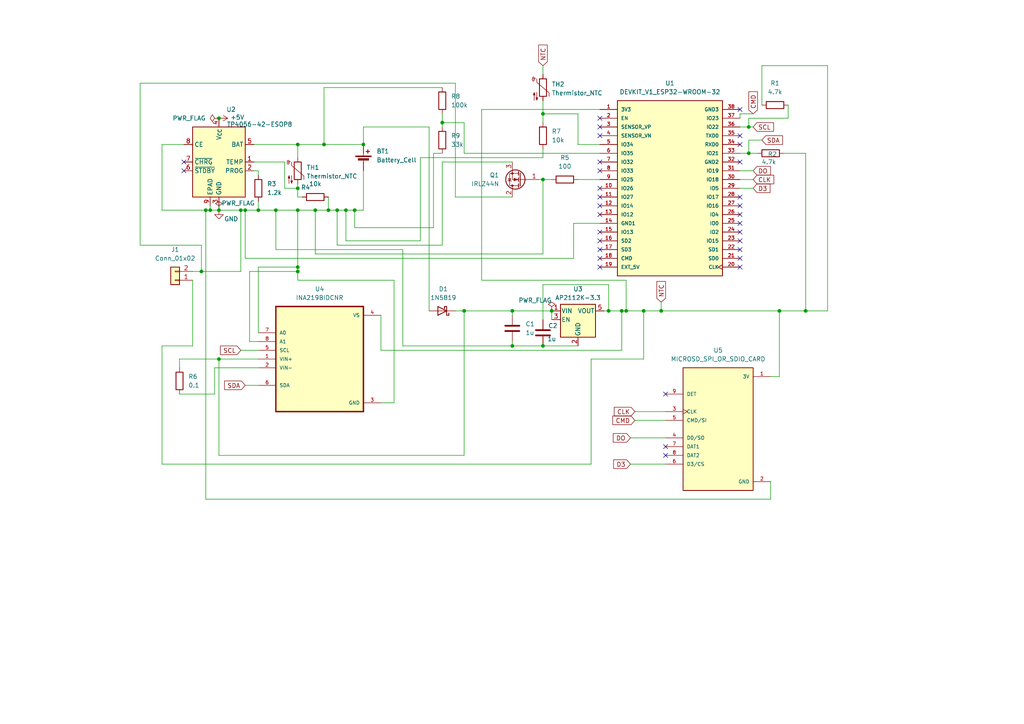
<source format=kicad_sch>
(kicad_sch (version 20250114) (generator "eeschema") (generator_version "9.0")
  (paper "A4")
  (title_block (title "Smart Adaptive BMS for Second-life batteries") (comment 1 "Gokul Krishnan J") (comment 2 "Kushagra Papnai") (comment 3 "Jehaan Engineer") (comment 4 "Prepared by:") (comment 5 "IEEE Hack"))
  (lib_symbols
    (symbol "Battery_Management:TP4056-42-ESOP8"
      (property "Reference" "U" (at -6.604 11.684 0))
      (property "Value" "TP4056-42-ESOP8" (at 10.16 11.684 0))
      (symbol "TP4056-42-ESOP8_1_0"
        (pin input line (at -10.16 5.08 0) (length 2.54) (name "CE") (number "8"))
        (pin open_collector line (at -10.16 0 0) (length 2.54) (name "~{CHRG}") (number "7"))
        (pin open_collector line (at -10.16 -2.54 0) (length 2.54) (name "~{STDBY}") (number "6"))
        (pin passive line (at -2.54 -12.7 90) (length 2.54) (name "EPAD") (number "9"))
        (pin power_in line (at 0 12.7 270) (length 2.54) (name "V_{CC}") (number "4"))
        (pin power_in line (at 0 -12.7 90) (length 2.54) (name "GND") (number "3"))
        (pin power_out line (at 10.16 5.08 180) (length 2.54) (name "BAT") (number "5"))
        (pin input line (at 10.16 0 180) (length 2.54) (name "TEMP") (number "1"))
        (pin passive line (at 10.16 -2.54 180) (length 2.54) (name "PROG") (number "2"))
      )
      (symbol "TP4056-42-ESOP8_1_1"
        (rectangle (start -7.62 10.16) (end 7.62 -10.16) (stroke (width 0.254)) (fill (type background)))
      )
    )
    (symbol "Connector_Generic:Conn_01x02" (pin_names (offset 1.016) (hide yes))
      (property "Reference" "J" (at 0 2.54 0))
      (property "Value" "Conn_01x02" (at 0 -5.08 0))
      (symbol "Conn_01x02_1_1"
        (rectangle (start -1.27 1.27) (end 1.27 -3.81) (stroke (width 0.254)) (fill (type background)))
        (rectangle (start -1.27 0.127) (end 0 -0.127) (stroke (width 0.1524)))
        (rectangle (start -1.27 -2.413) (end 0 -2.667) (stroke (width 0.1524)))
        (pin passive line (at -5.08 0 0) (length 3.81) (name "Pin_1") (number "1"))
        (pin passive line (at -5.08 -2.54 0) (length 3.81) (name "Pin_2") (number "2"))
      )
    )
    (symbol "DEVKIT_V1_ESP32-WROOM-32:DEVKIT_V1_ESP32-WROOM-32" (pin_names (offset 1.016))
      (property "Reference" "U" (at -15.2572 26.0643 0))
      (property "Value" "DEVKIT_V1_ESP32-WROOM-32" (at -15.2563 -27.9698 0))
      (symbol "DEVKIT_V1_ESP32-WROOM-32_0_0"
        (rectangle (start -15.24 -25.4) (end 15.24 25.4) (stroke (width 0.254)) (fill (type background)))
        (pin power_in line (at -20.32 22.86 0) (length 5.08) (name "3V3") (number "1"))
        (pin input line (at -20.32 20.32 0) (length 5.08) (name "EN") (number "2"))
        (pin input line (at -20.32 17.78 0) (length 5.08) (name "SENSOR_VP") (number "3"))
        (pin input line (at -20.32 15.24 0) (length 5.08) (name "SENSOR_VN") (number "4"))
        (pin bidirectional line (at -20.32 12.7 0) (length 5.08) (name "IO34") (number "5"))
        (pin bidirectional line (at -20.32 10.16 0) (length 5.08) (name "IO35") (number "6"))
        (pin bidirectional line (at -20.32 7.62 0) (length 5.08) (name "IO32") (number "7"))
        (pin bidirectional line (at -20.32 5.08 0) (length 5.08) (name "IO33") (number "8"))
        (pin bidirectional line (at -20.32 2.54 0) (length 5.08) (name "IO25") (number "9"))
        (pin bidirectional line (at -20.32 0 0) (length 5.08) (name "IO26") (number "10"))
        (pin bidirectional line (at -20.32 -2.54 0) (length 5.08) (name "IO27") (number "11"))
        (pin bidirectional line (at -20.32 -5.08 0) (length 5.08) (name "IO14") (number "12"))
        (pin bidirectional line (at -20.32 -7.62 0) (length 5.08) (name "IO12") (number "13"))
        (pin power_in line (at -20.32 -10.16 0) (length 5.08) (name "GND1") (number "14"))
        (pin bidirectional line (at -20.32 -12.7 0) (length 5.08) (name "IO13") (number "15"))
        (pin bidirectional line (at -20.32 -15.24 0) (length 5.08) (name "SD2") (number "16"))
        (pin bidirectional line (at -20.32 -17.78 0) (length 5.08) (name "SD3") (number "17"))
        (pin bidirectional line (at -20.32 -20.32 0) (length 5.08) (name "CMD") (number "18"))
        (pin power_in line (at -20.32 -22.86 0) (length 5.08) (name "EXT_5V") (number "19"))
        (pin power_in line (at 20.32 22.86 180) (length 5.08) (name "GND3") (number "38"))
        (pin bidirectional line (at 20.32 20.32 180) (length 5.08) (name "IO23") (number "37"))
        (pin bidirectional line (at 20.32 17.78 180) (length 5.08) (name "IO22") (number "36"))
        (pin output line (at 20.32 15.24 180) (length 5.08) (name "TXD0") (number "35"))
        (pin input line (at 20.32 12.7 180) (length 5.08) (name "RXD0") (number "34"))
        (pin bidirectional line (at 20.32 10.16 180) (length 5.08) (name "IO21") (number "33"))
        (pin power_in line (at 20.32 7.62 180) (length 5.08) (name "GND2") (number "32"))
        (pin bidirectional line (at 20.32 5.08 180) (length 5.08) (name "IO19") (number "31"))
        (pin bidirectional line (at 20.32 2.54 180) (length 5.08) (name "IO18") (number "30"))
        (pin bidirectional line (at 20.32 0 180) (length 5.08) (name "IO5") (number "29"))
        (pin bidirectional line (at 20.32 -2.54 180) (length 5.08) (name "IO17") (number "28"))
        (pin bidirectional line (at 20.32 -5.08 180) (length 5.08) (name "IO16") (number "27"))
        (pin bidirectional line (at 20.32 -7.62 180) (length 5.08) (name "IO4") (number "26"))
        (pin bidirectional line (at 20.32 -10.16 180) (length 5.08) (name "IO0") (number "25"))
        (pin bidirectional line (at 20.32 -12.7 180) (length 5.08) (name "IO2") (number "24"))
        (pin bidirectional line (at 20.32 -15.24 180) (length 5.08) (name "IO15") (number "23"))
        (pin bidirectional line (at 20.32 -17.78 180) (length 5.08) (name "SD1") (number "22"))
        (pin bidirectional line (at 20.32 -20.32 180) (length 5.08) (name "SD0") (number "21"))
        (pin input clock (at 20.32 -22.86 180) (length 5.08) (name "CLK") (number "20"))
      )
    )
    (symbol "Device:Battery_Cell" (pin_numbers (hide yes)) (pin_names (offset 0) (hide yes))
      (property "Reference" "BT" (at 2.54 2.54 0))
      (property "Value" "Battery_Cell" (at 2.54 0 0))
      (symbol "Battery_Cell_0_1"
        (rectangle (start -2.286 1.778) (end 2.286 1.524) (fill (type outline)))
        (rectangle (start -1.524 1.016) (end 1.524 0.508) (fill (type outline)))
        (polyline (pts (xy 0 1.778) (xy 0 2.54)))
        (polyline (pts (xy 0 0.762) (xy 0 0)))
        (polyline (pts (xy 0.762 3.048) (xy 1.778 3.048)) (stroke (width 0.254)))
        (polyline (pts (xy 1.27 3.556) (xy 1.27 2.54)) (stroke (width 0.254)))
      )
      (symbol "Battery_Cell_1_1"
        (pin passive line (at 0 5.08 270) (length 2.54) (name "+") (number "1"))
        (pin passive line (at 0 -2.54 90) (length 2.54) (name "-") (number "2"))
      )
    )
    (symbol "Device:C" (pin_numbers (hide yes)) (pin_names (offset 0.254))
      (property "Reference" "C" (at 0.635 2.54 0))
      (property "Value" "C" (at 0.635 -2.54 0))
      (symbol "C_0_1"
        (polyline (pts (xy -2.032 0.762) (xy 2.032 0.762)) (stroke (width 0.508)))
        (polyline (pts (xy -2.032 -0.762) (xy 2.032 -0.762)) (stroke (width 0.508)))
      )
      (symbol "C_1_1"
        (pin passive line (at 0 3.81 270) (length 2.794) (name "~") (number "1"))
        (pin passive line (at 0 -3.81 90) (length 2.794) (name "~") (number "2"))
      )
    )
    (symbol "Device:R" (pin_numbers (hide yes)) (pin_names (offset 0))
      (property "Reference" "R" (at 2.032 0 90))
      (property "Value" "R" (at 0 0 90))
      (symbol "R_0_1"
        (rectangle (start -1.016 -2.54) (end 1.016 2.54) (stroke (width 0.254)))
      )
      (symbol "R_1_1"
        (pin passive line (at 0 3.81 270) (length 1.27) (name "~") (number "1"))
        (pin passive line (at 0 -3.81 90) (length 1.27) (name "~") (number "2"))
      )
    )
    (symbol "Device:Thermistor_NTC" (pin_numbers (hide yes)) (pin_names (offset 0))
      (property "Reference" "TH" (at -4.445 0 90))
      (property "Value" "Thermistor_NTC" (at 3.175 0 90))
      (symbol "Thermistor_NTC_0_1"
        (arc (start -3.175 2.413) (mid -3.0506 2.3165) (end -3.048 2.159))
        (arc (start -3.048 2.794) (mid -2.9736 2.9736) (end -2.794 3.048))
        (arc (start -2.794 3.048) (mid -2.6144 2.9736) (end -2.54 2.794))
        (arc (start -2.794 2.54) (mid -2.9736 2.6144) (end -3.048 2.794))
        (arc (start -2.794 1.905) (mid -2.9736 1.9794) (end -3.048 2.159))
        (arc (start -2.54 2.159) (mid -2.6144 1.9794) (end -2.794 1.905))
        (arc (start -2.159 2.794) (mid -2.434 2.5608) (end -2.794 2.54))
        (polyline (pts (xy -2.54 2.159) (xy -2.54 2.794)))
        (polyline (pts (xy -2.54 -3.683) (xy -2.54 -1.397) (xy -2.794 -2.159) (xy -2.286 -2.159) (xy -2.54 -1.397) (xy -2.54 -1.651)) (fill (type outline)))
        (polyline (pts (xy -1.778 2.54) (xy -1.778 1.524) (xy 1.778 -1.524) (xy 1.778 -2.54)))
        (polyline (pts (xy -1.778 -1.397) (xy -1.778 -3.683) (xy -2.032 -2.921) (xy -1.524 -2.921) (xy -1.778 -3.683) (xy -1.778 -3.429)) (fill (type outline)))
        (rectangle (start -1.016 2.54) (end 1.016 -2.54) (stroke (width 0.254)))
      )
      (symbol "Thermistor_NTC_1_1"
        (pin passive line (at 0 3.81 270) (length 1.27) (name "~") (number "1"))
        (pin passive line (at 0 -3.81 90) (length 1.27) (name "~") (number "2"))
      )
    )
    (symbol "Diode:1N5819" (pin_numbers (hide yes)) (pin_names (offset 1.016) (hide yes))
      (property "Reference" "D" (at 0 2.54 0))
      (property "Value" "1N5819" (at 0 -2.54 0))
      (symbol "1N5819_0_1"
        (polyline (pts (xy -1.905 0.635) (xy -1.905 1.27) (xy -1.27 1.27) (xy -1.27 -1.27) (xy -0.635 -1.27) (xy -0.635 -0.635)) (stroke (width 0.254)))
        (polyline (pts (xy 1.27 1.27) (xy 1.27 -1.27) (xy -1.27 0) (xy 1.27 1.27)) (stroke (width 0.254)))
        (polyline (pts (xy 1.27 0) (xy -1.27 0)))
      )
      (symbol "1N5819_1_1"
        (pin passive line (at -3.81 0 0) (length 2.54) (name "K") (number "1"))
        (pin passive line (at 3.81 0 180) (length 2.54) (name "A") (number "2"))
      )
    )
    (symbol "INA219BIDCNR:INA219BIDCNR" (pin_names (offset 1.016))
      (property "Reference" "U" (at -12.7 16.24 0))
      (property "Value" "INA219BIDCNR" (at -12.7 -19.24 0))
      (symbol "INA219BIDCNR_0_0"
        (rectangle (start -12.7 -15.24) (end 12.7 15.24) (stroke (width 0.41)) (fill (type background)))
        (pin input line (at -17.78 7.62 0) (length 5.08) (name "A0") (number "7"))
        (pin input line (at -17.78 5.08 0) (length 5.08) (name "A1") (number "8"))
        (pin input line (at -17.78 2.54 0) (length 5.08) (name "SCL") (number "5"))
        (pin input line (at -17.78 0 0) (length 5.08) (name "VIN+") (number "1"))
        (pin input line (at -17.78 -2.54 0) (length 5.08) (name "VIN-") (number "2"))
        (pin bidirectional line (at -17.78 -7.62 0) (length 5.08) (name "SDA") (number "6"))
        (pin power_in line (at 17.78 12.7 180) (length 5.08) (name "VS") (number "4"))
        (pin power_in line (at 17.78 -12.7 180) (length 5.08) (name "GND") (number "3"))
      )
    )
    (symbol "MICROSD_SPI_OR_SDIO_CARD:MICROSD_SPI_OR_SDIO_CARD" (pin_names (offset 1.016))
      (property "Reference" "U" (at -10.16 18.542 0))
      (property "Value" "MICROSD_SPI_OR_SDIO_CARD" (at -10.16 -20.32 0))
      (symbol "MICROSD_SPI_OR_SDIO_CARD_0_0"
        (rectangle (start -10.16 -17.78) (end 10.16 17.78) (stroke (width 0.254)) (fill (type background)))
        (pin input line (at -15.24 10.16 0) (length 5.08) (name "DET") (number "9"))
        (pin input clock (at -15.24 5.08 0) (length 5.08) (name "CLK") (number "3"))
        (pin bidirectional line (at -15.24 2.54 0) (length 5.08) (name "CMD/SI") (number "5"))
        (pin bidirectional line (at -15.24 -2.54 0) (length 5.08) (name "D0/SO") (number "4"))
        (pin bidirectional line (at -15.24 -5.08 0) (length 5.08) (name "DAT1") (number "7"))
        (pin bidirectional line (at -15.24 -7.62 0) (length 5.08) (name "DAT2") (number "8"))
        (pin bidirectional line (at -15.24 -10.16 0) (length 5.08) (name "D3/CS") (number "6"))
        (pin power_in line (at 15.24 15.24 180) (length 5.08) (name "3V") (number "1"))
        (pin power_in line (at 15.24 -15.24 180) (length 5.08) (name "GND") (number "2"))
      )
    )
    (symbol "Regulator_Linear:AP2112K-3.3" (pin_names (offset 0.254))
      (property "Reference" "U" (at -5.08 5.715 0))
      (property "Value" "AP2112K-3.3" (at 0 5.715 0))
      (symbol "AP2112K-3.3_0_1"
        (rectangle (start -5.08 4.445) (end 5.08 -5.08) (stroke (width 0.254)) (fill (type background)))
      )
      (symbol "AP2112K-3.3_1_1"
        (pin power_in line (at -7.62 2.54 0) (length 2.54) (name "VIN") (number "1"))
        (pin input line (at -7.62 0 0) (length 2.54) (name "EN") (number "3"))
        (pin power_in line (at 0 -7.62 90) (length 2.54) (name "GND") (number "2"))
        (pin no_connect line (at 5.08 0 180) (length 2.54) (hide yes) (name "NC") (number "4"))
        (pin power_out line (at 7.62 2.54 180) (length 2.54) (name "VOUT") (number "5"))
      )
    )
    (symbol "Transistor_FET:IRLZ44N" (pin_names (hide yes))
      (property "Reference" "Q" (at 5.08 1.905 0))
      (property "Value" "IRLZ44N" (at 5.08 0 0))
      (symbol "IRLZ44N_0_1"
        (polyline (pts (xy 0.254 1.905) (xy 0.254 -1.905)) (stroke (width 0.254)))
        (polyline (pts (xy 0.254 0) (xy -2.54 0)))
        (polyline (pts (xy 0.762 2.286) (xy 0.762 1.27)) (stroke (width 0.254)))
        (polyline (pts (xy 0.762 0.508) (xy 0.762 -0.508)) (stroke (width 0.254)))
        (polyline (pts (xy 0.762 -1.27) (xy 0.762 -2.286)) (stroke (width 0.254)))
        (polyline (pts (xy 0.762 -1.778) (xy 3.302 -1.778) (xy 3.302 1.778) (xy 0.762 1.778)))
        (polyline (pts (xy 1.016 0) (xy 2.032 0.381) (xy 2.032 -0.381) (xy 1.016 0)) (fill (type outline)))
        (circle (center 1.651 0) (radius 2.794) (stroke (width 0.254)))
        (polyline (pts (xy 2.54 2.54) (xy 2.54 1.778)))
        (circle (center 2.54 1.778) (radius 0.254) (fill (type outline)))
        (circle (center 2.54 -1.778) (radius 0.254) (fill (type outline)))
        (polyline (pts (xy 2.54 -2.54) (xy 2.54 0) (xy 0.762 0)))
        (polyline (pts (xy 2.794 0.508) (xy 2.921 0.381) (xy 3.683 0.381) (xy 3.81 0.254)))
        (polyline (pts (xy 3.302 0.381) (xy 2.921 -0.254) (xy 3.683 -0.254) (xy 3.302 0.381)))
      )
      (symbol "IRLZ44N_1_1"
        (pin input line (at -5.08 0 0) (length 2.54) (name "G") (number "1"))
        (pin passive line (at 2.54 5.08 270) (length 2.54) (name "D") (number "2"))
        (pin passive line (at 2.54 -5.08 90) (length 2.54) (name "S") (number "3"))
      )
    )
    (symbol "power:+5V" (power) (pin_numbers (hide yes)) (pin_names (offset 0) (hide yes))
      (property "Value" "+5V" (at 0 3.556 0))
      (symbol "+5V_0_1"
        (polyline (pts (xy -0.762 1.27) (xy 0 2.54)))
        (polyline (pts (xy 0 2.54) (xy 0.762 1.27)))
        (polyline (pts (xy 0 0) (xy 0 2.54)))
      )
      (symbol "+5V_1_1"
        (pin power_in line (at 0 0 90) (length 0) (name "~") (number "1"))
      )
    )
    (symbol "power:GND" (power) (pin_numbers (hide yes)) (pin_names (offset 0) (hide yes))
      (property "Value" "GND" (at 0 -3.81 0))
      (symbol "GND_0_1"
        (polyline (pts (xy 0 0) (xy 0 -1.27) (xy 1.27 -1.27) (xy 0 -2.54) (xy -1.27 -1.27) (xy 0 -1.27)))
      )
      (symbol "GND_1_1"
        (pin power_in line (at 0 0 270) (length 0) (name "~") (number "1"))
      )
    )
    (symbol "power:PWR_FLAG" (power) (pin_numbers (hide yes)) (pin_names (offset 0) (hide yes))
      (property "Value" "PWR_FLAG" (at 0 3.81 0))
      (symbol "PWR_FLAG_0_0"
        (pin power_out line (at 0 0 90) (length 0) (name "~") (number "1"))
      )
      (symbol "PWR_FLAG_0_1"
        (polyline (pts (xy 0 0) (xy 0 1.27) (xy -1.016 1.905) (xy 0 2.54) (xy 1.016 1.905) (xy 0 1.27)))
      )
    )
  )
  (junction (at 148.59 100.33))
  (junction (at 63.5 34.29))
  (junction (at 134.62 90.17))
  (junction (at 191.77 90.17))
  (junction (at 157.48 100.33))
  (junction (at 217.17 36.83))
  (junction (at 157.48 33.02))
  (junction (at 95.25 60.96))
  (junction (at 86.36 54.61))
  (junction (at 102.87 60.96))
  (junction (at 157.48 52.07))
  (junction (at 58.42 78.74))
  (junction (at 86.36 78.74))
  (junction (at 186.69 90.17))
  (junction (at 63.5 104.14))
  (junction (at 71.12 60.96))
  (junction (at 100.33 60.96))
  (junction (at 97.79 60.96))
  (junction (at 217.17 44.45))
  (junction (at 86.36 41.91))
  (junction (at 86.36 60.96))
  (junction (at 176.53 90.17))
  (junction (at 74.93 60.96))
  (junction (at 59.69 60.96))
  (junction (at 128.27 35.56))
  (junction (at 148.59 90.17))
  (junction (at 93.98 41.91))
  (junction (at 69.85 60.96))
  (junction (at 181.61 90.17))
  (junction (at 80.01 60.96))
  (junction (at 233.68 90.17))
  (junction (at 86.36 77.47))
  (junction (at 60.96 60.96))
  (junction (at 91.44 60.96))
  (junction (at 160.02 90.17))
  (junction (at 180.34 90.17))
  (junction (at 63.5 60.96))
  (junction (at 105.41 41.91))
  (junction (at 226.06 90.17))
  (no_connect (at 173.99 39.37))
  (no_connect (at 53.34 46.99))
  (no_connect (at 173.99 57.15))
  (no_connect (at 193.04 129.54))
  (no_connect (at 214.63 69.85))
  (no_connect (at 214.63 62.23))
  (no_connect (at 173.99 69.85))
  (no_connect (at 53.34 49.53))
  (no_connect (at 173.99 59.69))
  (no_connect (at 173.99 34.29))
  (no_connect (at 173.99 46.99))
  (no_connect (at 214.63 64.77))
  (no_connect (at 173.99 77.47))
  (no_connect (at 173.99 72.39))
  (no_connect (at 173.99 54.61))
  (no_connect (at 214.63 39.37))
  (no_connect (at 173.99 62.23))
  (no_connect (at 173.99 49.53))
  (no_connect (at 214.63 72.39))
  (no_connect (at 214.63 77.47))
  (no_connect (at 214.63 74.93))
  (no_connect (at 173.99 36.83))
  (no_connect (at 173.99 74.93))
  (no_connect (at 193.04 132.08))
  (no_connect (at 214.63 46.99))
  (no_connect (at 193.04 114.3))
  (no_connect (at 214.63 41.91))
  (no_connect (at 173.99 67.31))
  (no_connect (at 214.63 57.15))
  (no_connect (at 214.63 67.31))
  (no_connect (at 214.63 31.75))
  (no_connect (at 214.63 59.69))
  (wire (pts (xy 156.21 52.07) (xy 157.48 52.07)))
  (wire (pts (xy 86.36 77.47) (xy 86.36 78.74)))
  (wire (pts (xy 58.42 78.74) (xy 69.85 78.74)))
  (wire (pts (xy 74.93 60.96) (xy 71.12 60.96)))
  (wire (pts (xy 171.45 104.14) (xy 186.69 104.14)))
  (wire (pts (xy 180.34 90.17) (xy 181.61 90.17)))
  (wire (pts (xy 121.92 45.72) (xy 121.92 69.85)))
  (wire (pts (xy 184.15 121.92) (xy 193.04 121.92)))
  (wire (pts (xy 74.93 49.53) (xy 74.93 50.8)))
  (wire (pts (xy 214.63 44.45) (xy 217.17 44.45)))
  (wire (pts (xy 46.99 100.33) (xy 46.99 134.62)))
  (wire (pts (xy 74.93 77.47) (xy 86.36 77.47)))
  (wire (pts (xy 69.85 60.96) (xy 71.12 60.96)))
  (wire (pts (xy 233.68 44.45) (xy 233.68 90.17)))
  (wire (pts (xy 134.62 90.17) (xy 134.62 132.08)))
  (wire (pts (xy 82.55 46.99) (xy 82.55 54.61)))
  (wire (pts (xy 86.36 81.28) (xy 114.3 81.28)))
  (wire (pts (xy 214.63 52.07) (xy 218.44 52.07)))
  (wire (pts (xy 220.98 19.05) (xy 220.98 30.48)))
  (wire (pts (xy 46.99 134.62) (xy 171.45 134.62)))
  (wire (pts (xy 86.36 60.96) (xy 80.01 60.96)))
  (wire (pts (xy 166.37 74.93) (xy 71.12 74.93)))
  (wire (pts (xy 100.33 69.85) (xy 100.33 60.96)))
  (wire (pts (xy 157.48 43.18) (xy 157.48 45.72)))
  (wire (pts (xy 220.98 19.05) (xy 240.03 19.05)))
  (wire (pts (xy 53.34 41.91) (xy 46.99 41.91)))
  (wire (pts (xy 91.44 73.66) (xy 91.44 60.96)))
  (wire (pts (xy 181.61 90.17) (xy 186.69 90.17)))
  (wire (pts (xy 110.49 116.84) (xy 114.3 116.84)))
  (wire (pts (xy 214.63 54.61) (xy 218.44 54.61)))
  (wire (pts (xy 100.33 60.96) (xy 97.79 60.96)))
  (wire (pts (xy 40.64 24.13) (xy 40.64 71.12)))
  (wire (pts (xy 166.37 64.77) (xy 173.99 64.77)))
  (wire (pts (xy 55.88 81.28) (xy 55.88 100.33)))
  (wire (pts (xy 95.25 57.15) (xy 95.25 60.96)))
  (wire (pts (xy 157.48 73.66) (xy 91.44 73.66)))
  (wire (pts (xy 148.59 99.06) (xy 148.59 100.33)))
  (wire (pts (xy 157.48 52.07) (xy 160.02 52.07)))
  (wire (pts (xy 97.79 60.96) (xy 95.25 60.96)))
  (wire (pts (xy 218.44 33.02) (xy 214.63 33.02)))
  (wire (pts (xy 102.87 66.04) (xy 102.87 60.96)))
  (wire (pts (xy 226.06 90.17) (xy 226.06 109.22)))
  (wire (pts (xy 128.27 46.99) (xy 148.59 46.99)))
  (wire (pts (xy 86.36 41.91) (xy 86.36 45.72)))
  (wire (pts (xy 86.36 57.15) (xy 87.63 57.15)))
  (wire (pts (xy 62.23 114.3) (xy 62.23 106.68)))
  (wire (pts (xy 55.88 78.74) (xy 58.42 78.74)))
  (wire (pts (xy 69.85 78.74) (xy 69.85 60.96)))
  (wire (pts (xy 86.36 54.61) (xy 86.36 57.15)))
  (wire (pts (xy 97.79 71.12) (xy 128.27 71.12)))
  (wire (pts (xy 132.08 24.13) (xy 132.08 57.15)))
  (wire (pts (xy 72.39 99.06) (xy 74.93 99.06)))
  (wire (pts (xy 167.64 52.07) (xy 173.99 52.07)))
  (wire (pts (xy 86.36 53.34) (xy 86.36 54.61)))
  (wire (pts (xy 132.08 90.17) (xy 134.62 90.17)))
  (wire (pts (xy 128.27 33.02) (xy 128.27 35.56)))
  (wire (pts (xy 223.52 139.7) (xy 223.52 144.78)))
  (wire (pts (xy 40.64 71.12) (xy 58.42 71.12)))
  (wire (pts (xy 86.36 60.96) (xy 91.44 60.96)))
  (wire (pts (xy 52.07 114.3) (xy 62.23 114.3)))
  (wire (pts (xy 226.06 90.17) (xy 233.68 90.17)))
  (wire (pts (xy 148.59 90.17) (xy 160.02 90.17)))
  (wire (pts (xy 182.88 134.62) (xy 193.04 134.62)))
  (wire (pts (xy 176.53 90.17) (xy 180.34 90.17)))
  (wire (pts (xy 214.63 49.53) (xy 218.44 49.53)))
  (wire (pts (xy 71.12 111.76) (xy 74.93 111.76)))
  (wire (pts (xy 40.64 24.13) (xy 132.08 24.13)))
  (wire (pts (xy 124.46 36.83) (xy 105.41 36.83)))
  (wire (pts (xy 110.49 91.44) (xy 110.49 101.6)))
  (wire (pts (xy 160.02 90.17) (xy 160.02 92.71)))
  (wire (pts (xy 97.79 71.12) (xy 97.79 60.96)))
  (wire (pts (xy 116.84 72.39) (xy 116.84 100.33)))
  (wire (pts (xy 134.62 90.17) (xy 148.59 90.17)))
  (wire (pts (xy 167.64 33.02) (xy 157.48 33.02)))
  (wire (pts (xy 128.27 35.56) (xy 128.27 36.83)))
  (wire (pts (xy 125.73 66.04) (xy 102.87 66.04)))
  (wire (pts (xy 74.93 96.52) (xy 74.93 77.47)))
  (wire (pts (xy 74.93 104.14) (xy 63.5 104.14)))
  (wire (pts (xy 93.98 25.4) (xy 93.98 41.91)))
  (wire (pts (xy 214.63 33.02) (xy 214.63 34.29)))
  (wire (pts (xy 180.34 101.6) (xy 180.34 90.17)))
  (wire (pts (xy 46.99 41.91) (xy 46.99 60.96)))
  (wire (pts (xy 157.48 19.05) (xy 157.48 21.59)))
  (wire (pts (xy 105.41 36.83) (xy 105.41 41.91)))
  (wire (pts (xy 110.49 101.6) (xy 180.34 101.6)))
  (wire (pts (xy 62.23 106.68) (xy 74.93 106.68)))
  (wire (pts (xy 217.17 40.64) (xy 220.98 40.64)))
  (wire (pts (xy 228.6 34.29) (xy 217.17 34.29)))
  (wire (pts (xy 181.61 81.28) (xy 181.61 90.17)))
  (wire (pts (xy 93.98 41.91) (xy 105.41 41.91)))
  (wire (pts (xy 116.84 72.39) (xy 80.01 72.39)))
  (wire (pts (xy 73.66 41.91) (xy 86.36 41.91)))
  (wire (pts (xy 121.92 69.85) (xy 100.33 69.85)))
  (wire (pts (xy 167.64 100.33) (xy 157.48 100.33)))
  (wire (pts (xy 228.6 30.48) (xy 228.6 34.29)))
  (wire (pts (xy 59.69 60.96) (xy 59.69 144.78)))
  (wire (pts (xy 134.62 44.45) (xy 134.62 35.56)))
  (wire (pts (xy 128.27 44.45) (xy 125.73 44.45)))
  (wire (pts (xy 63.5 132.08) (xy 134.62 132.08)))
  (wire (pts (xy 191.77 90.17) (xy 226.06 90.17)))
  (wire (pts (xy 91.44 60.96) (xy 95.25 60.96)))
  (wire (pts (xy 86.36 78.74) (xy 86.36 81.28)))
  (wire (pts (xy 186.69 90.17) (xy 191.77 90.17)))
  (wire (pts (xy 219.71 44.45) (xy 217.17 44.45)))
  (wire (pts (xy 148.59 90.17) (xy 148.59 91.44)))
  (wire (pts (xy 157.48 29.21) (xy 157.48 33.02)))
  (wire (pts (xy 86.36 60.96) (xy 86.36 77.47)))
  (wire (pts (xy 176.53 82.55) (xy 157.48 82.55)))
  (wire (pts (xy 182.88 127) (xy 193.04 127)))
  (wire (pts (xy 240.03 19.05) (xy 240.03 90.17)))
  (wire (pts (xy 223.52 109.22) (xy 226.06 109.22)))
  (wire (pts (xy 157.48 33.02) (xy 157.48 35.56)))
  (wire (pts (xy 55.88 100.33) (xy 46.99 100.33)))
  (wire (pts (xy 102.87 60.96) (xy 100.33 60.96)))
  (wire (pts (xy 217.17 40.64) (xy 217.17 44.45)))
  (wire (pts (xy 217.17 36.83) (xy 218.44 36.83)))
  (wire (pts (xy 105.41 49.53) (xy 105.41 60.96)))
  (wire (pts (xy 223.52 144.78) (xy 59.69 144.78)))
  (wire (pts (xy 157.48 52.07) (xy 157.48 73.66)))
  (wire (pts (xy 176.53 90.17) (xy 176.53 82.55)))
  (wire (pts (xy 82.55 54.61) (xy 86.36 54.61)))
  (wire (pts (xy 124.46 90.17) (xy 124.46 36.83)))
  (wire (pts (xy 175.26 90.17) (xy 176.53 90.17)))
  (wire (pts (xy 52.07 104.14) (xy 63.5 104.14)))
  (wire (pts (xy 227.33 44.45) (xy 233.68 44.45)))
  (wire (pts (xy 80.01 60.96) (xy 74.93 60.96)))
  (wire (pts (xy 139.7 31.75) (xy 139.7 81.28)))
  (wire (pts (xy 166.37 74.93) (xy 166.37 64.77)))
  (wire (pts (xy 114.3 116.84) (xy 114.3 81.28)))
  (wire (pts (xy 217.17 34.29) (xy 217.17 36.83)))
  (wire (pts (xy 105.41 60.96) (xy 102.87 60.96)))
  (wire (pts (xy 58.42 71.12) (xy 58.42 78.74)))
  (wire (pts (xy 173.99 41.91) (xy 167.64 41.91)))
  (wire (pts (xy 157.48 45.72) (xy 121.92 45.72)))
  (wire (pts (xy 157.48 82.55) (xy 157.48 92.71)))
  (wire (pts (xy 128.27 25.4) (xy 93.98 25.4)))
  (wire (pts (xy 173.99 31.75) (xy 139.7 31.75)))
  (wire (pts (xy 60.96 60.96) (xy 60.96 59.69)))
  (wire (pts (xy 74.93 58.42) (xy 74.93 60.96)))
  (wire (pts (xy 73.66 46.99) (xy 82.55 46.99)))
  (wire (pts (xy 63.5 60.96) (xy 69.85 60.96)))
  (wire (pts (xy 52.07 106.68) (xy 52.07 104.14)))
  (wire (pts (xy 148.59 100.33) (xy 116.84 100.33)))
  (wire (pts (xy 157.48 100.33) (xy 148.59 100.33)))
  (wire (pts (xy 132.08 57.15) (xy 148.59 57.15)))
  (wire (pts (xy 191.77 87.63) (xy 191.77 90.17)))
  (wire (pts (xy 128.27 71.12) (xy 128.27 46.99)))
  (wire (pts (xy 60.96 60.96) (xy 63.5 60.96)))
  (wire (pts (xy 125.73 44.45) (xy 125.73 66.04)))
  (wire (pts (xy 214.63 36.83) (xy 217.17 36.83)))
  (wire (pts (xy 173.99 44.45) (xy 134.62 44.45)))
  (wire (pts (xy 80.01 72.39) (xy 80.01 60.96)))
  (wire (pts (xy 69.85 101.6) (xy 74.93 101.6)))
  (wire (pts (xy 63.5 104.14) (xy 63.5 132.08)))
  (wire (pts (xy 72.39 78.74) (xy 86.36 78.74)))
  (wire (pts (xy 184.15 119.38) (xy 193.04 119.38)))
  (wire (pts (xy 63.5 59.69) (xy 63.5 60.96)))
  (wire (pts (xy 73.66 49.53) (xy 74.93 49.53)))
  (wire (pts (xy 139.7 81.28) (xy 181.61 81.28)))
  (wire (pts (xy 134.62 35.56) (xy 128.27 35.56)))
  (wire (pts (xy 167.64 41.91) (xy 167.64 33.02)))
  (wire (pts (xy 233.68 90.17) (xy 240.03 90.17)))
  (wire (pts (xy 46.99 60.96) (xy 59.69 60.96)))
  (wire (pts (xy 86.36 41.91) (xy 93.98 41.91)))
  (wire (pts (xy 60.96 60.96) (xy 59.69 60.96)))
  (wire (pts (xy 171.45 134.62) (xy 171.45 104.14)))
  (wire (pts (xy 186.69 104.14) (xy 186.69 90.17)))
  (wire (pts (xy 72.39 78.74) (xy 72.39 99.06)))
  (wire (pts (xy 71.12 74.93) (xy 71.12 60.96)))
  (global_label "NTC" (shape input) (at 157.48 19.05 90) (property "Intersheetrefs" "${INTERSHEET_REFS}" (effects (hide yes))))
  (global_label "NTC" (shape input) (at 191.77 87.63 90) (property "Intersheetrefs" "${INTERSHEET_REFS}" (effects (hide yes))))
  (global_label "SCL" (shape input) (at 218.44 36.83 0) (property "Intersheetrefs" "${INTERSHEET_REFS}" (effects (hide yes))))
  (global_label "D3" (shape input) (at 182.88 134.62 180) (property "Intersheetrefs" "${INTERSHEET_REFS}" (effects (hide yes))))
  (global_label "CLK" (shape input) (at 218.44 52.07 0) (property "Intersheetrefs" "${INTERSHEET_REFS}" (effects (hide yes))))
  (global_label "SCL" (shape input) (at 69.85 101.6 180) (property "Intersheetrefs" "${INTERSHEET_REFS}" (effects (hide yes))))
  (global_label "CLK" (shape input) (at 184.15 119.38 180) (property "Intersheetrefs" "${INTERSHEET_REFS}" (effects (hide yes))))
  (global_label "DO" (shape input) (at 218.44 49.53 0) (property "Intersheetrefs" "${INTERSHEET_REFS}" (effects (hide yes))))
  (global_label "CMD" (shape input) (at 184.15 121.92 180) (property "Intersheetrefs" "${INTERSHEET_REFS}" (effects (hide yes))))
  (global_label "CMD" (shape input) (at 218.44 33.02 90) (property "Intersheetrefs" "${INTERSHEET_REFS}" (effects (hide yes))))
  (global_label "SDA" (shape input) (at 220.98 40.64 0) (property "Intersheetrefs" "${INTERSHEET_REFS}" (effects (hide yes))))
  (global_label "DO" (shape input) (at 182.88 127 180) (property "Intersheetrefs" "${INTERSHEET_REFS}" (effects (hide yes))))
  (global_label "D3" (shape input) (at 218.44 54.61 0) (property "Intersheetrefs" "${INTERSHEET_REFS}" (effects (hide yes))))
  (global_label "SDA" (shape input) (at 71.12 111.76 180) (property "Intersheetrefs" "${INTERSHEET_REFS}" (effects (hide yes))))
  (symbol (lib_id "Device:Battery_Cell") (at 105.41 46.99 0) (unit 1)
    (property "Reference" "BT1" (at 109.22 43.8784 0) (effects (justify left)))
    (property "Value" "Battery_Cell" (at 109.22 46.4184 0) (effects (justify left)))
    (property "Description" "Single-cell battery" (effects (hide yes)))
  )
  (symbol (lib_id "INA219BIDCNR:INA219BIDCNR") (at 92.71 104.14 0) (unit 1)
    (property "Reference" "U4" (at 92.71 83.82 0))
    (property "Value" "INA219BIDCNR" (at 92.71 86.36 0))
    (property "Footprint" "INA219BIDCNR:SOT65P280X145-8N" (effects (hide yes)))
    (property "MF" "Texas Instruments" (effects (hide yes)))
    (property "Description_1" "26-V 12-bit I2C output digital power monitor" (effects (hide yes)))
    (property "Package" "SOT-23-8 Texas Instruments" (effects (hide yes)))
    (property "Price" "None" (effects (hide yes)))
    (property "SnapEDA_Link" "https://www.snapeda.com/parts/INA219BIDCNR/Texas+Instruments/view-part/?ref=snap" (effects (hide yes)))
    (property "MP" "INA219BIDCNR" (effects (hide yes)))
    (property "Availability" "In Stock" (effects (hide yes)))
    (property "Check_prices" "https://www.snapeda.com/parts/INA219BIDCNR/Texas+Instruments/view-part/?ref=eda" (effects (hide yes)))
  )
  (symbol (lib_id "Device:R") (at 224.79 30.48 270) (unit 1)
    (property "Reference" "R1" (at 224.79 24.13 90))
    (property "Value" "4.7k" (at 224.79 26.67 90))
    (property "Description" "Resistor" (effects (hide yes)))
  )
  (symbol (lib_id "Device:R") (at 74.93 54.61 0) (unit 1)
    (property "Reference" "R3" (at 77.47 53.3399 0) (effects (justify left)))
    (property "Value" "1.2k" (at 77.47 55.8799 0) (effects (justify left)))
    (property "Description" "Resistor" (effects (hide yes)))
  )
  (symbol (lib_id "power:PWR_FLAG") (at 63.5 60.96 0) (unit 1)
    (property "Reference" "#FLG02" (effects (hide yes)))
    (property "Value" "PWR_FLAG" (at 69.088 58.928 0))
    (property "Description" "Special symbol for telling ERC where power comes from" (effects (hide yes)))
  )
  (symbol (lib_id "Device:C") (at 148.59 95.25 0) (unit 1)
    (property "Reference" "C1" (at 152.4 93.9799 0) (effects (justify left)))
    (property "Value" "1u" (at 152.4 96.5199 0) (effects (justify left)))
    (property "Description" "Unpolarized capacitor" (effects (hide yes)))
  )
  (symbol (lib_id "Connector_Generic:Conn_01x02") (at 50.8 81.28 180) (unit 1)
    (property "Reference" "J1" (at 50.8 72.39 0))
    (property "Value" "Conn_01x02" (at 50.8 74.93 0))
    (property "Description" "Generic connector, single row, 01x02, script generated (kicad-library-utils/schlib/autogen/connector/)" (effects (hide yes)))
  )
  (symbol (lib_id "Device:R") (at 157.48 39.37 0) (unit 1)
    (property "Reference" "R7" (at 160.02 38.0999 0) (effects (justify left)))
    (property "Value" "10k" (at 160.02 40.6399 0) (effects (justify left)))
    (property "Description" "Resistor" (effects (hide yes)))
  )
  (symbol (lib_id "Device:C") (at 157.48 96.52 0) (unit 1)
    (property "Reference" "C2" (at 159.004 94.488 0) (effects (justify left)))
    (property "Value" "1u" (at 158.75 98.298 0) (effects (justify left)))
    (property "Description" "Unpolarized capacitor" (effects (hide yes)))
  )
  (symbol (lib_id "Device:R") (at 52.07 110.49 0) (unit 1)
    (property "Reference" "R6" (at 54.61 109.2199 0) (effects (justify left)))
    (property "Value" "0.1" (at 54.61 111.7599 0) (effects (justify left)))
    (property "Description" "Resistor" (effects (hide yes)))
  )
  (symbol (lib_id "Device:R") (at 91.44 57.15 90) (unit 1)
    (property "Reference" "R4" (at 88.646 54.356 90))
    (property "Value" "10k" (at 91.44 53.34 90))
    (property "Description" "Resistor" (effects (hide yes)))
  )
  (symbol (lib_id "Transistor_FET:IRLZ44N") (at 151.13 52.07 180) (unit 1)
    (property "Reference" "Q1" (at 144.78 50.7999 0) (effects (justify left)))
    (property "Value" "IRLZ44N" (at 144.78 53.3399 0) (effects (justify left)))
    (property "Footprint" "Package_TO_SOT_THT:TO-220-3_Vertical" (effects (hide yes)))
    (property "Datasheet" "http://www.irf.com/product-info/datasheets/data/irlz44n.pdf" (effects (hide yes)))
    (property "Description" "47A Id, 55V Vds, 22mOhm Rds Single N-Channel HEXFET Power MOSFET, TO-220AB" (effects (hide yes)))
  )
  (symbol (lib_id "Device:R") (at 128.27 40.64 0) (unit 1)
    (property "Reference" "R9" (at 130.81 39.3699 0) (effects (justify left)))
    (property "Value" "33k" (at 130.81 41.9099 0) (effects (justify left)))
    (property "Description" "Resistor" (effects (hide yes)))
  )
  (symbol (lib_id "power:+5V") (at 63.5 34.29 270) (unit 1)
    (property "Reference" "#PWR01" (effects (hide yes)))
    (property "Value" "+5V" (at 66.802 34.036 90) (effects (justify left)))
    (property "Description" "Power symbol creates a global label with name \"+5V\"" (effects (hide yes)))
  )
  (symbol (lib_id "Diode:1N5819") (at 128.27 90.17 180) (unit 1)
    (property "Reference" "D1" (at 128.5875 83.82 0))
    (property "Value" "1N5819" (at 128.5875 86.36 0))
    (property "Footprint" "Diode_THT:D_DO-41_SOD81_P10.16mm_Horizontal" (effects (hide yes)))
    (property "Datasheet" "http://www.vishay.com/docs/88525/1n5817.pdf" (effects (hide yes)))
    (property "Description" "40V 1A Schottky Barrier Rectifier Diode, DO-41" (effects (hide yes)))
  )
  (symbol (lib_id "Device:Thermistor_NTC") (at 86.36 49.53 0) (unit 1)
    (property "Reference" "TH1" (at 88.9 48.5774 0) (effects (justify left)))
    (property "Value" "Thermistor_NTC" (at 88.9 51.1174 0) (effects (justify left)))
    (property "Description" "Temperature dependent resistor, negative temperature coefficient" (effects (hide yes)))
  )
  (symbol (lib_id "power:GND") (at 63.5 60.96 0) (unit 1)
    (property "Reference" "#PWR05" (effects (hide yes)))
    (property "Value" "GND" (at 67.056 63.5 0))
    (property "Description" "Power symbol creates a global label with name \"GND\" , ground" (effects (hide yes)))
  )
  (symbol (lib_id "Battery_Management:TP4056-42-ESOP8") (at 63.5 46.99 0) (unit 1)
    (property "Reference" "U2" (at 65.6433 31.75 0) (effects (justify left)))
    (property "Value" "TP4056-42-ESOP8" (at 65.786 36.068 0) (effects (justify left)))
    (property "Footprint" "Package_SO:SOIC-8-1EP_3.9x4.9mm_P1.27mm_EP2.41x3.3mm_ThermalVias" (effects (hide yes)))
    (property "Datasheet" "https://www.lcsc.com/datasheet/lcsc_datasheet_2410121619_TOPPOWER-Nanjing-Extension-Microelectronics-TP4056-42-ESOP8_C16581.pdf" (effects (hide yes)))
    (property "Description" "1A Standalone Linear Li-ion/LiPo single-cell battery charger, 4.2V ±1% charge voltage, VCC = 4.0..8.0V, SOIC-8 (SOP-8)" (effects (hide yes)))
  )
  (symbol (lib_id "Regulator_Linear:AP2112K-3.3") (at 167.64 92.71 0) (unit 1)
    (property "Reference" "U3" (at 167.64 83.82 0))
    (property "Value" "AP2112K-3.3" (at 167.64 86.36 0))
    (property "Footprint" "Package_TO_SOT_SMD:SOT-23-5" (effects (hide yes)))
    (property "Datasheet" "https://www.diodes.com/assets/Datasheets/AP2112.pdf" (effects (hide yes)))
    (property "Description" "600mA low dropout linear regulator, with enable pin, 3.8V-6V input voltage range, 3.3V fixed positive output, SOT-23-5" (effects (hide yes)))
  )
  (symbol (lib_id "Device:Thermistor_NTC") (at 157.48 25.4 0) (unit 1)
    (property "Reference" "TH2" (at 160.02 24.4474 0) (effects (justify left)))
    (property "Value" "Thermistor_NTC" (at 160.02 26.9874 0) (effects (justify left)))
    (property "Description" "Temperature dependent resistor, negative temperature coefficient" (effects (hide yes)))
  )
  (symbol (lib_id "power:PWR_FLAG") (at 63.5 34.29 90) (unit 1)
    (property "Reference" "#FLG01" (effects (hide yes)))
    (property "Value" "PWR_FLAG" (at 59.69 34.2899 90) (effects (justify left)))
    (property "Description" "Special symbol for telling ERC where power comes from" (effects (hide yes)))
  )
  (symbol (lib_id "DEVKIT_V1_ESP32-WROOM-32:DEVKIT_V1_ESP32-WROOM-32") (at 194.31 54.61 0) (unit 1)
    (property "Reference" "U1" (at 194.31 24.13 0))
    (property "Value" "DEVKIT_V1_ESP32-WROOM-32" (at 194.31 26.67 0))
    (property "Footprint" "DEVKIT_V1_ESP32-WROOM-32:MODULE_DEVKIT_V1_ESP32-WROOM-32" (effects (hide yes)))
    (property "MF" "Espressif Systems" (effects (hide yes)))
    (property "Description_1" "WROOM-32 Development Board ESP32 ESP-32S WiFi Bluetooth Dev Module" (effects (hide yes)))
    (property "Package" "Package" (effects (hide yes)))
    (property "Price" "None" (effects (hide yes)))
    (property "Check_prices" "https://www.snapeda.com/parts/DEVKIT%20V1%20ESP32-WROOM-32/Espressif+Systems/view-part/?ref=eda" (effects (hide yes)))
    (property "STANDARD" "Manufacturer Recommendations" (effects (hide yes)))
    (property "PARTREV" "N/A" (effects (hide yes)))
    (property "SnapEDA_Link" "https://www.snapeda.com/parts/DEVKIT%20V1%20ESP32-WROOM-32/Espressif+Systems/view-part/?ref=snap" (effects (hide yes)))
    (property "MP" "DEVKIT V1 ESP32-WROOM-32" (effects (hide yes)))
    (property "Availability" "Not in stock" (effects (hide yes)))
    (property "MANUFACTURER" "Espressif Systems" (effects (hide yes)))
  )
  (symbol (lib_id "MICROSD_SPI_OR_SDIO_CARD:MICROSD_SPI_OR_SDIO_CARD") (at 208.28 124.46 0) (unit 1)
    (property "Reference" "U5" (at 208.28 101.6 0))
    (property "Value" "MICROSD_SPI_OR_SDIO_CARD" (at 208.28 104.14 0))
    (property "Footprint" "MICROSD_SPI_OR_SDIO_CARD:MODULE_MICROSD_SPI_OR_SDIO_CARD" (effects (hide yes)))
    (property "MF" "Adafruit Industries" (effects (hide yes)))
    (property "Description_1" "Memory Card Connectors Raspberry pi microSD card adapter" (effects (hide yes)))
    (property "Package" "Package" (effects (hide yes)))
    (property "Price" "None" (effects (hide yes)))
    (property "Check_prices" "https://www.snapeda.com/parts/MicroSD%20SPI%20or%20SDIO%20Card/Adafruit+Industries/view-part/?ref=eda" (effects (hide yes)))
    (property "STANDARD" "Manufacturer Recommendations" (effects (hide yes)))
    (property "PARTREV" "B" (effects (hide yes)))
    (property "SnapEDA_Link" "https://www.snapeda.com/parts/MicroSD%20SPI%20or%20SDIO%20Card/Adafruit+Industries/view-part/?ref=snap" (effects (hide yes)))
    (property "MP" "MicroSD SPI or SDIO Card" (effects (hide yes)))
    (property "Availability" "Not in stock" (effects (hide yes)))
    (property "MANUFACTURER" "Adafruit Industries" (effects (hide yes)))
  )
  (symbol (lib_id "Device:R") (at 223.52 44.45 90) (unit 1)
    (property "Reference" "R2" (at 224.028 44.704 90))
    (property "Value" "4.7k" (at 223.012 46.99 90))
    (property "Description" "Resistor" (effects (hide yes)))
  )
  (symbol (lib_id "Device:R") (at 128.27 29.21 0) (unit 1)
    (property "Reference" "R8" (at 130.81 27.9399 0) (effects (justify left)))
    (property "Value" "100k" (at 130.81 30.4799 0) (effects (justify left)))
    (property "Description" "Resistor" (effects (hide yes)))
  )
  (symbol (lib_id "power:PWR_FLAG") (at 160.02 90.17 0) (unit 1)
    (property "Reference" "#FLG03" (effects (hide yes)))
    (property "Value" "PWR_FLAG" (at 155.194 87.122 0))
    (property "Description" "Special symbol for telling ERC where power comes from" (effects (hide yes)))
  )
  (symbol (lib_id "Device:R") (at 163.83 52.07 90) (unit 1)
    (property "Reference" "R5" (at 163.83 45.72 90))
    (property "Value" "100" (at 163.83 48.26 90))
    (property "Description" "Resistor" (effects (hide yes)))
  )
)
</source>
